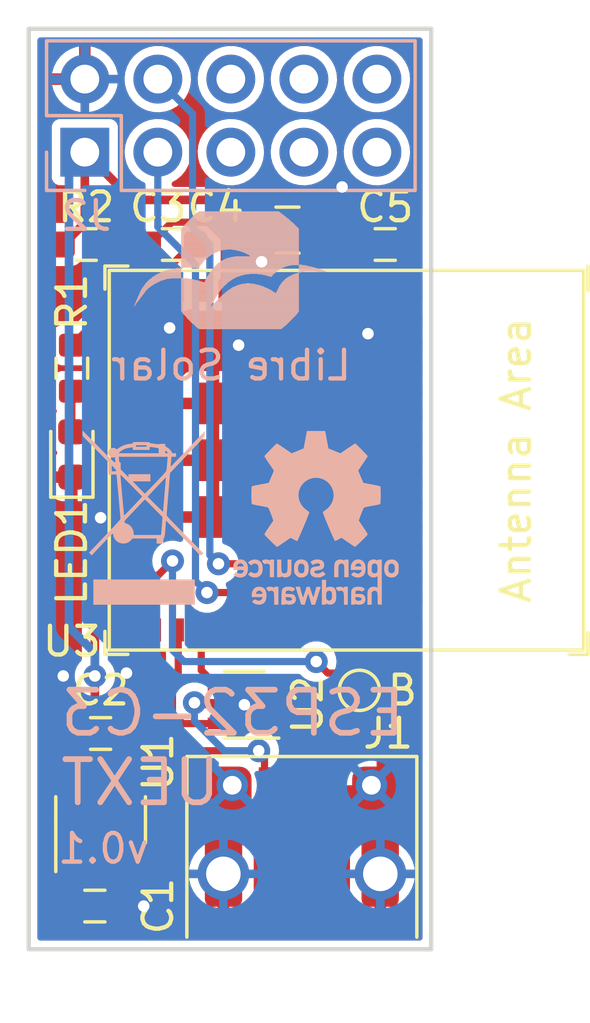
<source format=kicad_pcb>
(kicad_pcb (version 20221018) (generator pcbnew)
  (title_block (date "2023-01-02") (comment 4 "AISLER Project ID: BMARPPAC"))
  (layers (0 "F.Cu" signal) (31 "B.Cu" signal) (34 "B.Paste" user) (35 "F.Paste" user) (36 "B.SilkS" user "B.Silkscreen") (37 "F.SilkS" user "F.Silkscreen") (38 "B.Mask" user) (39 "F.Mask" user) (44 "Edge.Cuts" user))
  (net 0 "")
  (net 1 "GND")
  (net 2 "+3V3")
  (net 3 "/USB_D-")
  (net 4 "/USB_D+")
  (net 6 "/UEXT_TX")
  (net 7 "/UEXT_RX")
  (net 9 "/~{RESET}")
  (net 10 "/LED1")
  (net 11 "Net-(LED1-Pad2)")
  (net 12 "+5V")
  (net 20 "Net-(TP1-Pad1)")
  (footprint "LibreSolar:C_0805_2012" (layer "F.Cu") (at 151.5 86.5 180)
    (fp_text reference "C4" (at 2.5 0.8 180) (layer "F.SilkS"))
    (fp_text value "10uF")
    (pad "1" smd roundrect (at -1 0 180) (size 1.1 1.4) (layers "F.Cu" "F.Paste" "F.Mask") (roundrect_rratio 0.2) (net 2 "+3V3"))
    (pad "2" smd roundrect (at 1 0 180) (size 1.1 1.4) (layers "F.Cu" "F.Paste" "F.Mask") (roundrect_rratio 0.2) (net 1 "GND"))
  )
  (footprint "LibreSolar:C_0603_1608" (layer "F.Cu") (at 154.9 87)
    (fp_text reference "C5" (at 0 -1.3) (layer "F.SilkS"))
    (fp_text value "100nF")
    (pad "1" smd roundrect (at -0.8 0) (size 0.8 0.9) (layers "F.Cu" "F.Paste" "F.Mask") (roundrect_rratio 0.2) (net 2 "+3V3"))
    (pad "2" smd roundrect (at 0.8 0) (size 0.8 0.9) (layers "F.Cu" "F.Paste" "F.Mask") (roundrect_rratio 0.2) (net 1 "GND"))
  )
  (footprint "LibreSolar:C_0603_1608" (layer "F.Cu") (at 147.5 87)
    (fp_text reference "C3" (at -0.5 -1.3) (layer "F.SilkS"))
    (fp_text value "1uF")
    (pad "1" smd roundrect (at -0.8 0) (size 0.8 0.9) (layers "F.Cu" "F.Paste" "F.Mask") (roundrect_rratio 0.2) (net 9 "/~{RESET}"))
    (pad "2" smd roundrect (at 0.8 0) (size 0.8 0.9) (layers "F.Cu" "F.Paste" "F.Mask") (roundrect_rratio 0.2) (net 1 "GND"))
  )
  (footprint "LibreSolar:R_0603_1608" (layer "F.Cu") (at 144.5 87)
    (fp_text reference "R2" (at 0 -1.3) (layer "F.SilkS"))
    (fp_text value "10k")
    (pad "1" smd roundrect (at -0.8 0) (size 0.8 0.9) (layers "F.Cu" "F.Paste" "F.Mask") (roundrect_rratio 0.2) (net 2 "+3V3"))
    (pad "2" smd roundrect (at 0.8 0) (size 0.8 0.9) (layers "F.Cu" "F.Paste" "F.Mask") (roundrect_rratio 0.2) (net 9 "/~{RESET}"))
  )
  (footprint "LED_SMD:LED_0603_1608Metric" (layer "F.Cu") (at 144 94.3 90)
    (fp_text reference "LED1" (at -3.4 0 90) (layer "F.SilkS"))
    (fp_text value "LED")
    (pad "1" smd roundrect (at -0.7875 0 90) (size 0.875 0.95) (layers "F.Cu" "F.Paste" "F.Mask") (net 1 "GND"))
    (pad "2" smd roundrect (at 0.7875 0 90) (size 0.875 0.95) (layers "F.Cu" "F.Paste" "F.Mask") (net 11 "Net-(LED1-Pad2)"))
  )
  (footprint "LibreSolar:R_0603_1608" (layer "F.Cu") (at 144 91.3 -90)
    (fp_text reference "R1" (at -2.3 0 90) (layer "F.SilkS"))
    (fp_text value "1k")
    (pad "1" smd roundrect (at -0.8 0 270) (size 0.8 0.9) (layers "F.Cu" "F.Paste" "F.Mask") (roundrect_rratio 0.2) (net 10 "/LED1"))
    (pad "2" smd roundrect (at 0.8 0 270) (size 0.8 0.9) (layers "F.Cu" "F.Paste" "F.Mask") (roundrect_rratio 0.2) (net 11 "Net-(LED1-Pad2)"))
  )
  (footprint "LibreSolar:C_0603_1608" (layer "F.Cu") (at 145 104)
    (fp_text reference "C2" (at 0 -1.5 180) (layer "F.SilkS"))
    (fp_text value "2.2u")
    (pad "1" smd roundrect (at -0.8 0) (size 0.8 0.9) (layers "F.Cu" "F.Paste" "F.Mask") (roundrect_rratio 0.2) (net 2 "+3V3"))
    (pad "2" smd roundrect (at 0.8 0) (size 0.8 0.9) (layers "F.Cu" "F.Paste" "F.Mask") (roundrect_rratio 0.2) (net 1 "GND"))
  )
  (footprint "Package_TO_SOT_SMD:SOT-363_SC-70-6" (layer "F.Cu") (at 150 103 180)
    (fp_text reference "U2" (at -2.2 0 90) (layer "F.SilkS"))
    (fp_text value "NUP4202")
    (pad "1" smd rect (at -0.95 -0.65 180) (size 0.65 0.4) (layers "F.Cu" "F.Paste" "F.Mask") (net 3 "/USB_D-"))
    (pad "2" smd rect (at -0.95 0 180) (size 0.65 0.4) (layers "F.Cu" "F.Paste" "F.Mask") (net 1 "GND"))
    (pad "3" smd rect (at -0.95 0.65 180) (size 0.65 0.4) (layers "F.Cu" "F.Paste" "F.Mask") (net 4 "/USB_D+"))
    (pad "4" smd rect (at 0.95 0.65 180) (size 0.65 0.4) (layers "F.Cu" "F.Paste" "F.Mask") (net 4 "/USB_D+"))
    (pad "5" smd rect (at 0.95 0 180) (size 0.65 0.4) (layers "F.Cu" "F.Paste" "F.Mask") (net 12 "+5V"))
    (pad "6" smd rect (at 0.95 -0.65 180) (size 0.65 0.4) (layers "F.Cu" "F.Paste" "F.Mask") (net 3 "/USB_D-"))
  )
  (footprint "TestPoint:TestPoint_Pad_D1.0mm" (layer "F.Cu") (at 154 102.5 180)
    (fp_text reference "TP1" hide)
    (fp_text value "TestPoint")
    (pad "1" smd circle (at 0 0 180) (size 1 1) (layers "F.Cu" "F.Mask") (net 20 "Net-(TP1-Pad1)"))
  )
  (footprint "Espressif:ESP32-C3-MINI-1" (layer "F.Cu") (at 150.9 94.5 -90)
    (fp_text reference "U3" (at 6.3 6.9 180) (layer "F.SilkS"))
    (fp_text value "ESP32-C3-MINI-1")
    (fp_text user "Antenna Area" (at 0 -8.55 90) (layer "F.SilkS"))
    (pad "1" smd rect (at -5.9 -4) (size 0.4 0.8) (layers "F.Cu" "F.Paste" "F.Mask") (net 1 "GND"))
    (pad "2" smd rect (at -5.9 -3.2) (size 0.4 0.8) (layers "F.Cu" "F.Paste" "F.Mask") (net 1 "GND"))
    (pad "3" smd rect (at -5.9 -2.4) (size 0.4 0.8) (layers "F.Cu" "F.Paste" "F.Mask") (net 2 "+3V3"))
    (pad "4" smd rect (at -5.9 -1.6) (size 0.4 0.8) (layers "F.Cu" "F.Paste" "F.Mask"))
    (pad "5" smd rect (at -5.9 -0.8) (size 0.4 0.8) (layers "F.Cu" "F.Paste" "F.Mask") (net 2 "+3V3"))
    (pad "6" smd rect (at -5.9 0) (size 0.4 0.8) (layers "F.Cu" "F.Paste" "F.Mask"))
    (pad "7" smd rect (at -5.9 0.8) (size 0.4 0.8) (layers "F.Cu" "F.Paste" "F.Mask"))
    (pad "8" smd rect (at -5.9 1.6) (size 0.4 0.8) (layers "F.Cu" "F.Paste" "F.Mask") (net 9 "/~{RESET}"))
    (pad "9" smd rect (at -5.9 2.4) (size 0.4 0.8) (layers "F.Cu" "F.Paste" "F.Mask"))
    (pad "10" smd rect (at -5.9 3.2) (size 0.4 0.8) (layers "F.Cu" "F.Paste" "F.Mask"))
    (pad "11" smd rect (at -5.9 4) (size 0.4 0.8) (layers "F.Cu" "F.Paste" "F.Mask") (net 1 "GND"))
    (pad "12" smd rect (at -4.8 4.9 270) (size 0.4 0.8) (layers "F.Cu" "F.Paste" "F.Mask") (net 10 "/LED1"))
    (pad "13" smd rect (at -4 4.9 270) (size 0.4 0.8) (layers "F.Cu" "F.Paste" "F.Mask"))
    (pad "14" smd rect (at -3.2 4.9 270) (size 0.4 0.8) (layers "F.Cu" "F.Paste" "F.Mask") (net 1 "GND"))
    (pad "15" smd rect (at -2.4 4.9 270) (size 0.4 0.8) (layers "F.Cu" "F.Paste" "F.Mask"))
    (pad "16" smd rect (at -1.6 4.9 270) (size 0.4 0.8) (layers "F.Cu" "F.Paste" "F.Mask"))
    (pad "17" smd rect (at -0.8 4.9 270) (size 0.4 0.8) (layers "F.Cu" "F.Paste" "F.Mask"))
    (pad "18" smd rect (at 0 4.9 270) (size 0.4 0.8) (layers "F.Cu" "F.Paste" "F.Mask"))
    (pad "19" smd rect (at 0.8 4.9 270) (size 0.4 0.8) (layers "F.Cu" "F.Paste" "F.Mask"))
    (pad "20" smd rect (at 1.6 4.9 270) (size 0.4 0.8) (layers "F.Cu" "F.Paste" "F.Mask"))
    (pad "21" smd rect (at 2.4 4.9 270) (size 0.4 0.8) (layers "F.Cu" "F.Paste" "F.Mask"))
    (pad "22" smd rect (at 3.2 4.9 270) (size 0.4 0.8) (layers "F.Cu" "F.Paste" "F.Mask") (net 2 "+3V3"))
    (pad "23" smd rect (at 4 4.9 270) (size 0.4 0.8) (layers "F.Cu" "F.Paste" "F.Mask") (net 20 "Net-(TP1-Pad1)"))
    (pad "24" smd rect (at 4.8 4.9 270) (size 0.4 0.8) (layers "F.Cu" "F.Paste" "F.Mask"))
    (pad "25" smd rect (at 5.9 4) (size 0.4 0.8) (layers "F.Cu" "F.Paste" "F.Mask"))
    (pad "26" smd rect (at 5.9 3.2) (size 0.4 0.8) (layers "F.Cu" "F.Paste" "F.Mask") (net 3 "/USB_D-"))
    (pad "27" smd rect (at 5.9 2.4) (size 0.4 0.8) (layers "F.Cu" "F.Paste" "F.Mask") (net 4 "/USB_D+"))
    (pad "28" smd rect (at 5.9 1.6) (size 0.4 0.8) (layers "F.Cu" "F.Paste" "F.Mask"))
    (pad "29" smd rect (at 5.9 0.8) (size 0.4 0.8) (layers "F.Cu" "F.Paste" "F.Mask"))
    (pad "30" smd rect (at 5.9 0) (size 0.4 0.8) (layers "F.Cu" "F.Paste" "F.Mask") (net 6 "/UEXT_TX"))
    (pad "31" smd rect (at 5.9 -0.8) (size 0.4 0.8) (layers "F.Cu" "F.Paste" "F.Mask") (net 7 "/UEXT_RX"))
    (pad "32" smd rect (at 5.9 -1.6) (size 0.4 0.8) (layers "F.Cu" "F.Paste" "F.Mask"))
    (pad "33" smd rect (at 5.9 -2.4) (size 0.4 0.8) (layers "F.Cu" "F.Paste" "F.Mask"))
    (pad "34" smd rect (at 5.9 -3.2) (size 0.4 0.8) (layers "F.Cu" "F.Paste" "F.Mask"))
    (pad "35" smd rect (at 5.9 -4) (size 0.4 0.8) (layers "F.Cu" "F.Paste" "F.Mask"))
    (pad "36" smd rect (at -5.95 -4.95) (size 0.7 0.7) (layers "F.Cu" "F.Paste" "F.Mask") (net 1 "GND"))
    (pad "36" smd rect (at -5.95 4.95) (size 0.7 0.7) (layers "F.Cu" "F.Paste" "F.Mask") (net 1 "GND"))
    (pad "36" smd rect (at -4.8 -4.9 270) (size 0.4 0.8) (layers "F.Cu" "F.Paste" "F.Mask") (net 1 "GND"))
    (pad "36" smd rect (at -4 -4.9 270) (size 0.4 0.8) (layers "F.Cu" "F.Paste" "F.Mask") (net 1 "GND"))
    (pad "36" smd rect (at -3.2 -4.9 270) (size 0.4 0.8) (layers "F.Cu" "F.Paste" "F.Mask") (net 1 "GND"))
    (pad "36" smd rect (at -2.4 -4.9 270) (size 0.4 0.8) (layers "F.Cu" "F.Paste" "F.Mask") (net 1 "GND"))
    (pad "36" smd custom (at -1.975 -1.975 270) (size 0.8 0.8) (layers "F.Cu" "F.Paste" "F.Mask") (net 1 "GND") (options (clearance outline) (anchor rect)) (primitives (gr_poly (pts (xy -0.725 0.725) (xy 0.725 0.725) (xy 0.725 -0.725) (xy -0.125 -0.725) (xy -0.725 -0.125)) (width 0) (fill yes))))
    (pad "36" smd rect (at -1.975 0.05) (size 1.45 1.45) (layers "F.Cu" "F.Paste" "F.Mask") (net 1 "GND"))
    (pad "36" smd rect (at -1.975 1.975) (size 1.45 1.45) (layers "F.Cu" "F.Paste" "F.Mask") (net 1 "GND"))
    (pad "36" smd rect (at -1.6 -4.9 270) (size 0.4 0.8) (layers "F.Cu" "F.Paste" "F.Mask") (net 1 "GND"))
    (pad "36" smd rect (at -0.8 -4.9 270) (size 0.4 0.8) (layers "F.Cu" "F.Paste" "F.Mask") (net 1 "GND"))
    (pad "36" smd rect (at 0 -4.9 270) (size 0.4 0.8) (layers "F.Cu" "F.Paste" "F.Mask") (net 1 "GND"))
    (pad "36" smd rect (at 0 -1.975) (size 1.45 1.45) (layers "F.Cu" "F.Paste" "F.Mask") (net 1 "GND"))
    (pad "36" smd rect (at 0 0) (size 1.45 1.45) (layers "F.Cu" "F.Paste" "F.Mask") (net 1 "GND"))
    (pad "36" smd rect (at 0 1.975) (size 1.45 1.45) (layers "F.Cu" "F.Paste" "F.Mask") (net 1 "GND"))
    (pad "36" smd rect (at 0.8 -4.9 270) (size 0.4 0.8) (layers "F.Cu" "F.Paste" "F.Mask") (net 1 "GND"))
    (pad "36" smd rect (at 1.6 -4.9 270) (size 0.4 0.8) (layers "F.Cu" "F.Paste" "F.Mask") (net 1 "GND"))
    (pad "36" smd rect (at 1.975 -1.975) (size 1.45 1.45) (layers "F.Cu" "F.Paste" "F.Mask") (net 1 "GND"))
    (pad "36" smd rect (at 1.975 0) (size 1.45 1.45) (layers "F.Cu" "F.Paste" "F.Mask") (net 1 "GND"))
    (pad "36" smd rect (at 1.975 1.975) (size 1.45 1.45) (layers "F.Cu" "F.Paste" "F.Mask") (net 1 "GND"))
    (pad "36" smd rect (at 2.4 -4.9 270) (size 0.4 0.8) (layers "F.Cu" "F.Paste" "F.Mask") (net 1 "GND"))
    (pad "36" smd rect (at 3.2 -4.9 270) (size 0.4 0.8) (layers "F.Cu" "F.Paste" "F.Mask") (net 1 "GND"))
    (pad "36" smd rect (at 4 -4.9 270) (size 0.4 0.8) (layers "F.Cu" "F.Paste" "F.Mask") (net 1 "GND"))
    (pad "36" smd rect (at 4.8 -4.9 270) (size 0.4 0.8) (layers "F.Cu" "F.Paste" "F.Mask") (net 1 "GND"))
    (pad "36" smd rect (at 5.95 -4.95) (size 0.7 0.7) (layers "F.Cu" "F.Paste" "F.Mask") (net 1 "GND"))
    (pad "36" smd rect (at 5.95 4.95) (size 0.7 0.7) (layers "F.Cu" "F.Paste" "F.Mask") (net 1 "GND"))
  )
  (footprint "LibreSolar:C_0603_1608" (layer "F.Cu") (at 144.8 110)
    (fp_text reference "C1" (at 2.2 0 90) (layer "F.SilkS"))
    (fp_text value "2.2u")
    (pad "1" smd roundrect (at -0.8 0) (size 0.8 0.9) (layers "F.Cu" "F.Paste" "F.Mask") (roundrect_rratio 0.2) (net 12 "+5V"))
    (pad "2" smd roundrect (at 0.8 0) (size 0.8 0.9) (layers "F.Cu" "F.Paste" "F.Mask") (roundrect_rratio 0.2) (net 1 "GND"))
  )
  (footprint "LibreSolar:USB_Micro-B_10103594-0001LF" (layer "F.Cu") (at 152 107.5)
    (fp_text reference "J1" (at 3 -3.5) (layer "F.SilkS"))
    (fp_text value "USB_B_Micro")
    (pad "1" smd rect (at -1.3 -1.5 90) (size 1.65 0.4) (layers "F.Cu" "F.Paste" "F.Mask") (net 12 "+5V"))
    (pad "2" smd rect (at -0.65 -1.5 90) (size 1.65 0.4) (layers "F.Cu" "F.Paste" "F.Mask") (net 3 "/USB_D-"))
    (pad "3" smd rect (at 0 -1.5 90) (size 1.65 0.4) (layers "F.Cu" "F.Paste" "F.Mask") (net 4 "/USB_D+"))
    (pad "4" smd rect (at 0.65 -1.5 90) (size 1.65 0.4) (layers "F.Cu" "F.Paste" "F.Mask"))
    (pad "5" smd rect (at 1.3 -1.5 90) (size 1.65 0.4) (layers "F.Cu" "F.Paste" "F.Mask") (net 1 "GND"))
    (pad "6" smd roundrect (at -2.8 -1.1) (size 2.1 2.5) (layers "F.Cu" "F.Paste" "F.Mask") (roundrect_rratio 0.2) (net 1 "GND"))
    (pad "6" thru_hole oval (at -2.73 1.38 90) (size 1.8 1.8) (drill 1.2) (layers "*.Cu" "*.Mask") (net 1 "GND"))
    (pad "6" smd roundrect (at -2.725 1 90) (size 3.05 1.3) (layers "F.Cu" "F.Paste" "F.Mask") (roundrect_rratio 0.2) (net 1 "GND"))
    (pad "6" thru_hole circle (at -2.42 -1.7 90) (size 1.1 1.1) (drill 0.65) (layers "*.Cu" "*.Mask") (net 1 "GND"))
    (pad "6" smd roundrect (at -0.96 1.62 90) (size 2.5 1.43) (layers "F.Cu" "F.Paste" "F.Mask") (net 1 "GND"))
    (pad "6" smd roundrect (at 0.96 1.62 90) (size 2.5 1.43) (layers "F.Cu" "F.Paste" "F.Mask") (net 1 "GND"))
    (pad "6" thru_hole circle (at 2.42 -1.7 90) (size 1.1 1.1) (drill 0.65) (layers "*.Cu" "*.Mask") (net 1 "GND"))
    (pad "6" smd roundrect (at 2.725 1 90) (size 3.05 1.3) (layers "F.Cu" "F.Paste" "F.Mask") (roundrect_rratio 0.2) (net 1 "GND"))
    (pad "6" thru_hole oval (at 2.73 1.38 90) (size 1.8 1.8) (drill 1.2) (layers "*.Cu" "*.Mask") (net 1 "GND"))
    (pad "6" smd roundrect (at 2.8 -1.1) (size 2.1 2.5) (layers "F.Cu" "F.Paste" "F.Mask") (roundrect_rratio 0.2) (net 1 "GND"))
  )
  (footprint "Package_TO_SOT_SMD:SOT-23-5" (layer "F.Cu") (at 145 107 90)
    (fp_text reference "U1" (at 2 2 90) (layer "F.SilkS"))
    (fp_text value "AP2210-3.3")
    (pad "1" smd roundrect (at -1.1375 -0.95 90) (size 1.325 0.6) (layers "F.Cu" "F.Paste" "F.Mask") (net 12 "+5V"))
    (pad "2" smd roundrect (at -1.1375 0 90) (size 1.325 0.6) (layers "F.Cu" "F.Paste" "F.Mask") (net 1 "GND"))
    (pad "3" smd roundrect (at -1.1375 0.95 90) (size 1.325 0.6) (layers "F.Cu" "F.Paste" "F.Mask") (net 12 "+5V"))
    (pad "4" smd roundrect (at 1.1375 0.95 90) (size 1.325 0.6) (layers "F.Cu" "F.Paste" "F.Mask"))
    (pad "5" smd roundrect (at 1.1375 -0.95 90) (size 1.325 0.6) (layers "F.Cu" "F.Paste" "F.Mask") (net 2 "+3V3"))
  )
  (footprint "Symbol:OSHW-Logo_5.7x6mm_SilkScreen" (layer "B.Cu") (at 152.5 96.5 180)
    (fp_text reference "LOGO2" hide)
    (fp_text value "Logo_Open_Hardware_Small" hide)
  )
  (footprint "LibreSolar:LIBRESOLAR_LOGO" (layer "B.Cu") (at 151.8375 89.90225 180)
    (fp_text reference "LOGO1" hide)
    (fp_text value "LibreSolar_Logo" hide)
    (fp_text user "Libre Solar" (at 2.3 -1.3) (layer "B.SilkS") (effects (justify mirror)))
  )
  (footprint "Symbol:WEEE-Logo_4.2x6mm_SilkScreen" (layer "B.Cu") (at 146.5 96.5 180)
    (fp_text reference "REF**" hide)
    (fp_text value "WEEE-Logo_4.2x6mm_SilkScreen" hide)
  )
  (footprint "Connector_PinSocket_2.54mm:PinSocket_2x05_P2.54mm_Vertical" (layer "B.Cu") (at 144.45 83.79 -90)
    (fp_text reference "J2" (at 2.21 -0.05 180) (layer "B.SilkS") (effects (justify mirror)))
    (fp_text value "UEXT")
    (pad "1" thru_hole rect (at 0 0 270) (size 1.7 1.7) (drill 1) (layers "*.Cu" "*.Mask") (net 2 "+3V3"))
    (pad "2" thru_hole oval (at -2.54 0 270) (size 1.7 1.7) (drill 1) (layers "*.Cu" "*.Mask") (net 1 "GND"))
    (pad "3" thru_hole oval (at 0 -2.54 270) (size 1.7 1.7) (drill 1) (layers "*.Cu" "*.Mask") (net 6 "/UEXT_TX"))
    (pad "4" thru_hole oval (at -2.54 -2.54 270) (size 1.7 1.7) (drill 1) (layers "*.Cu" "*.Mask") (net 7 "/UEXT_RX"))
    (pad "5" thru_hole oval (at 0 -5.08 270) (size 1.7 1.7) (drill 1) (layers "*.Cu" "*.Mask"))
    (pad "6" thru_hole oval (at -2.54 -5.08 270) (size 1.7 1.7) (drill 1) (layers "*.Cu" "*.Mask"))
    (pad "7" thru_hole oval (at 0 -7.62 270) (size 1.7 1.7) (drill 1) (layers "*.Cu" "*.Mask"))
    (pad "8" thru_hole oval (at -2.54 -7.62 270) (size 1.7 1.7) (drill 1) (layers "*.Cu" "*.Mask"))
    (pad "9" thru_hole oval (at 0 -10.16 270) (size 1.7 1.7) (drill 1) (layers "*.Cu" "*.Mask"))
    (pad "10" thru_hole oval (at -2.54 -10.16 270) (size 1.7 1.7) (drill 1) (layers "*.Cu" "*.Mask"))
  )
  (gr_line (start 142.5 79.5) (end 142.5 111.5) (stroke (width 0.15)) (layer "Edge.Cuts"))
  (gr_line (start 156.5 79.5) (end 142.5 79.5) (stroke (width 0.15)) (layer "Edge.Cuts"))
  (gr_line (start 142.5 111.5) (end 156.5 111.5) (stroke (width 0.15)) (layer "Edge.Cuts"))
  (gr_line (start 156.5 111.5) (end 156.5 79.5) (stroke (width 0.15)) (layer "Edge.Cuts"))
  (gr_text "v0.1" (at 145.1 108) (layer "B.SilkS") (effects (font (size 1 1)) (justify mirror)))
  (gr_text "ESP32-C3\nUEXT" (at 143.5 104.5) (layer "B.SilkS") (effects (font (size 1.5 1.5) (thickness 0.2)) (justify right mirror)))
  (gr_text "B" (at 155.5 102.5) (layer "F.SilkS") (effects (font (size 1 1))))
  (segment (start 152.975 92.525) (end 154.3 91.2) (width 0.25) (layer "F.Cu") (net 1))
  (segment (start 145 109.4) (end 145 108.1375) (width 0.25) (layer "F.Cu") (net 1))
  (segment (start 145.6 110) (end 145 109.4) (width 0.25) (layer "F.Cu") (net 1))
  (segment (start 145.6 110) (end 146.5 110) (width 0.25) (layer "F.Cu") (net 1))
  (segment (start 150.95 103) (end 150 103) (width 0.25) (layer "F.Cu") (net 1))
  (segment (start 148.3 87) (end 148.175 87) (width 0.25) (layer "F.Cu") (net 1))
  (segment (start 154.3 91.2) (end 154.3 90.1) (width 0.25) (layer "F.Cu") (net 1))
  (segment (start 146.9 88.275) (end 146.9 88.6) (width 0.25) (layer "F.Cu") (net 1))
  (segment (start 150.6 86.6) (end 150.5 86.5) (width 0.25) (layer "F.Cu") (net 1))
  (segment (start 148.175 87) (end 146.9 88.275) (width 0.25) (layer "F.Cu") (net 1))
  (segment (start 150.6 87.6) (end 150.6 86.6) (width 0.25) (layer "F.Cu") (net 1))
  (via (at 154.3 90.1) (size 0.8) (drill 0.4) (layers "F.Cu" "B.Cu") (net 1))
  (via (at 143.7 102) (size 0.8) (drill 0.4) (layers "F.Cu" "B.Cu") (net 1))
  (via (at 145.9 101.9) (size 0.8) (drill 0.4) (layers "F.Cu" "B.Cu") (net 1))
  (via (at 146.5 110) (size 0.8) (drill 0.4) (layers "F.Cu" "B.Cu") (net 1))
  (via (at 150 103) (size 0.8) (drill 0.4) (layers "F.Cu" "B.Cu") (net 1))
  (via (at 153.4 85) (size 0.8) (drill 0.4) (layers "F.Cu" "B.Cu") (net 1))
  (via (at 147.4 89.9) (size 0.8) (drill 0.4) (layers "F.Cu" "B.Cu") (net 1))
  (via (at 145 96.5) (size 0.8) (drill 0.4) (layers "F.Cu" "B.Cu") (net 1))
  (via (at 149.8 90.5) (size 0.8) (drill 0.4) (layers "F.Cu" "B.Cu") (net 1))
  (via (at 150.6 87.6) (size 0.8) (drill 0.4) (layers "F.Cu" "B.Cu") (net 1))
  (segment (start 144.45 83.79) (end 144.45 86.25) (width 0.3) (layer "F.Cu") (net 2))
  (segment (start 153.3 87.9) (end 153.3 88.6) (width 0.3) (layer "F.Cu") (net 2))
  (segment (start 151.7 88) (end 151.7 88.6) (width 0.3) (layer "F.Cu") (net 2))
  (segment (start 153.4 87.8) (end 151.9 87.8) (width 0.3) (layer "F.Cu") (net 2))
  (segment (start 151.45 85.45) (end 146.11 85.45) (width 0.3) (layer "F.Cu") (net 2))
  (segment (start 145.4 97.7) (end 144.8 98.3) (width 0.3) (layer "F.Cu") (net 2))
  (segment (start 144.8 103.4) (end 144.2 104) (width 0.3) (layer "F.Cu") (net 2))
  (segment (start 144.05 104.15) (end 144.2 104) (width 0.25) (layer "F.Cu") (net 2))
  (segment (start 154.2 87) (end 153.4 87.8) (width 0.3) (layer "F.Cu") (net 2))
  (segment (start 145.4 97.7) (end 146 97.7) (width 0.3) (layer "F.Cu") (net 2))
  (segment (start 144.45 86.25) (end 143.7 87) (width 0.3) (layer "F.Cu") (net 2))
  (segment (start 153.7 86.5) (end 154.2 87) (width 0.3) (layer "F.Cu") (net 2))
  (segment (start 144.8 98.3) (end 144.8 102) (width 0.3) (layer "F.Cu") (net 2))
  (segment (start 152.5 86.5) (end 153.7 86.5) (width 0.3) (layer "F.Cu") (net 2))
  (segment (start 153.4 87.8) (end 153.3 87.9) (width 0.3) (layer "F.Cu") (net 2))
  (segment (start 144.8 102) (end 144.8 103.4) (width 0.3) (layer "F.Cu") (net 2))
  (segment (start 152.5 86.5) (end 151.45 85.45) (width 0.3) (layer "F.Cu") (net 2))
  (segment (start 144.05 105.8625) (end 144.05 104.15) (width 0.25) (layer "F.Cu") (net 2))
  (segment (start 151.9 87.8) (end 151.7 88) (width 0.3) (layer "F.Cu") (net 2))
  (segment (start 146.11 85.45) (end 144.45 83.79) (width 0.3) (layer "F.Cu") (net 2))
  (via (at 144.8 102) (size 0.8) (drill 0.4) (layers "F.Cu" "B.Cu") (net 2))
  (segment (start 144.45 83.79) (end 143.9 84.34) (width 0.3) (layer "B.Cu") (net 2))
  (segment (start 144.8 101.2) (end 144.8 102) (width 0.3) (layer "B.Cu") (net 2))
  (segment (start 143.9 84.34) (end 143.9 100.3) (width 0.3) (layer "B.Cu") (net 2))
  (segment (start 143.9 100.3) (end 144.8 101.2) (width 0.3) (layer "B.Cu") (net 2))
  (segment (start 147.7 102.3) (end 147.5 102.5) (width 0.25) (layer "F.Cu") (net 3))
  (segment (start 151.35 104.05) (end 150.95 103.65) (width 0.25) (layer "F.Cu") (net 3))
  (segment (start 149.1245 103.7245) (end 150.8755 103.7245) (width 0.25) (layer "F.Cu") (net 3))
  (segment (start 147.5 103.3) (end 147.855608 103.655608) (width 0.25) (layer "F.Cu") (net 3))
  (segment (start 149.05 103.65) (end 149.1245 103.7245) (width 0.25) (layer "F.Cu") (net 3))
  (segment (start 147.855608 103.655608) (end 149.044392 103.655608) (width 0.25) (layer "F.Cu") (net 3))
  (segment (start 150.8755 103.7245) (end 150.95 103.65) (width 0.25) (layer "F.Cu") (net 3))
  (segment (start 147.5 102.5) (end 147.5 103.3) (width 0.25) (layer "F.Cu") (net 3))
  (segment (start 151.35 106) (end 151.35 104.05) (width 0.25) (layer "F.Cu") (net 3))
  (segment (start 147.7 100.4) (end 147.7 102.3) (width 0.25) (layer "F.Cu") (net 3))
  (segment (start 149.044392 103.655608) (end 149.05 103.65) (width 0.25) (layer "F.Cu") (net 3))
  (segment (start 151.525 102.35) (end 150.95 102.35) (width 0.25) (layer "F.Cu") (net 4))
  (segment (start 148.5 101.8) (end 148.5 100.4) (width 0.25) (layer "F.Cu") (net 4))
  (segment (start 152 106) (end 152 102.825) (width 0.25) (layer "F.Cu") (net 4))
  (segment (start 149.05 102.35) (end 148.5 101.8) (width 0.25) (layer "F.Cu") (net 4))
  (segment (start 149.1245 102.2755) (end 149.05 102.35) (width 0.25) (layer "F.Cu") (net 4))
  (segment (start 150.8755 102.2755) (end 149.1245 102.2755) (width 0.25) (layer "F.Cu") (net 4))
  (segment (start 150.95 102.35) (end 150.8755 102.2755) (width 0.25) (layer "F.Cu") (net 4))
  (segment (start 152 102.825) (end 151.525 102.35) (width 0.25) (layer "F.Cu") (net 4))
  (segment (start 150.9 99.65) (end 150.9 100.4) (width 0.25) (layer "F.Cu") (net 6))
  (segment (start 150.35 99.1) (end 150.9 99.65) (width 0.25) (layer "F.Cu") (net 6))
  (segment (start 150.35 99.1) (end 148.7 99.1) (width 0.25) (layer "F.Cu") (net 6))
  (via (at 148.7 99.1) (size 0.8) (drill 0.4) (layers "F.Cu" "B.Cu") (net 6))
  (segment (start 146.99 83.79) (end 146.99 86.39) (width 0.25) (layer "B.Cu") (net 6))
  (segment (start 148.3 87.7) (end 148.3 98.7) (width 0.25) (layer "B.Cu") (net 6))
  (segment (start 148.3 98.7) (end 148.7 99.1) (width 0.25) (layer "B.Cu") (net 6))
  (segment (start 146.99 86.39) (end 148.3 87.7) (width 0.25) (layer "B.Cu") (net 6))
  (segment (start 150.15 98.1) (end 149.1 98.1) (width 0.25) (layer "F.Cu") (net 7))
  (segment (start 150.15 98.1) (end 151.7 99.65) (width 0.25) (layer "F.Cu") (net 7))
  (segment (start 151.7 99.65) (end 151.7 100.4) (width 0.25) (layer "F.Cu") (net 7))
  (via (at 149.1 98.1) (size 0.8) (drill 0.4) (layers "F.Cu" "B.Cu") (net 7))
  (segment (start 148.2 86.4) (end 148.8 87) (width 0.25) (layer "B.Cu") (net 7))
  (segment (start 146.99 81.25) (end 148.2 82.46) (width 0.25) (layer "B.Cu") (net 7))
  (segment (start 148.8 87) (end 148.8 97.8) (width 0.25) (layer "B.Cu") (net 7))
  (segment (start 148.8 97.8) (end 149.1 98.1) (width 0.25) (layer "B.Cu") (net 7))
  (segment (start 148.2 82.46) (end 148.2 86.4) (width 0.25) (layer "B.Cu") (net 7))
  (segment (start 149.3 86.784106) (end 148.740894 86.225) (width 0.25) (layer "F.Cu") (net 9))
  (segment (start 149.3 88.6) (end 149.3 86.784106) (width 0.25) (layer "F.Cu") (net 9))
  (segment (start 146.7 87) (end 145.3 87) (width 0.3) (layer "F.Cu") (net 9))
  (segment (start 147.475 86.225) (end 146.7 87) (width 0.25) (layer "F.Cu") (net 9))
  (segment (start 148.740894 86.225) (end 147.475 86.225) (width 0.25) (layer "F.Cu") (net 9))
  (segment (start 144 90.5) (end 144.8 89.7) (width 0.25) (layer "F.Cu") (net 10))
  (segment (start 144.8 89.7) (end 146 89.7) (width 0.25) (layer "F.Cu") (net 10))
  (segment (start 144 92.1) (end 144 93.5125) (width 0.25) (layer "F.Cu") (net 11))
  (segment (start 148.3 104.6) (end 150.5 104.6) (width 0.25) (layer "F.Cu") (net 12))
  (segment (start 144.775 110.775) (end 146.925 110.775) (width 0.25) (layer "F.Cu") (net 12))
  (segment (start 145.95 107.753249) (end 145.95 108.1375) (width 0.25) (layer "F.Cu") (net 12))
  (segment (start 144.653249 107.15) (end 145.346751 107.15) (width 0.25) (layer "F.Cu") (net 12))
  (segment (start 149.05 103) (end 148.331118 103) (width 0.25) (layer "F.Cu") (net 12))
  (segment (start 145.346751 107.15) (end 145.95 107.753249) (width 0.25) (layer "F.Cu") (net 12))
  (segment (start 148.331118 103) (end 148.262226 102.931108) (width 0.25) (layer "F.Cu") (net 12))
  (segment (start 144.05 109.95) (end 144 110) (width 0.25) (layer "F.Cu") (net 12))
  (segment (start 144 110) (end 144.775 110.775) (width 0.25) (layer "F.Cu") (net 12))
  (segment (start 144.05 108.1375) (end 144.05 107.753249) (width 0.25) (layer "F.Cu") (net 12))
  (segment (start 146.925 110.775) (end 147.5 110.2) (width 0.25) (layer "F.Cu") (net 12))
  (segment (start 150.7 104.8) (end 150.5 104.6) (width 0.25) (layer "F.Cu") (net 12))
  (segment (start 144.05 107.753249) (end 144.653249 107.15) (width 0.25) (layer "F.Cu") (net 12))
  (segment (start 147.5 110.2) (end 147.5 105.4) (width 0.25) (layer "F.Cu") (net 12))
  (segment (start 147.5 105.4) (end 148.3 104.6) (width 0.25) (layer "F.Cu") (net 12))
  (segment (start 150.7 106) (end 150.7 104.8) (width 0.25) (layer "F.Cu") (net 12))
  (segment (start 144.05 108.1375) (end 144.05 109.95) (width 0.25) (layer "F.Cu") (net 12))
  (via (at 150.5 104.6) (size 0.8) (drill 0.4) (layers "F.Cu" "B.Cu") (net 12))
  (via (at 148.262226 102.931108) (size 0.8) (drill 0.4) (layers "F.Cu" "B.Cu") (net 12))
  (segment (start 148.262226 103.562226) (end 148.262226 102.931108) (width 0.25) (layer "B.Cu") (net 12))
  (segment (start 150.5 104.6) (end 149.931118 104.6) (width 0.25) (layer "B.Cu") (net 12))
  (segment (start 149.931118 104.6) (end 149.3 104.6) (width 0.25) (layer "B.Cu") (net 12))
  (segment (start 149.3 104.6) (end 148.262226 103.562226) (width 0.25) (layer "B.Cu") (net 12))
  (segment (start 152.9 101.9) (end 152.5 101.5) (width 0.25) (layer "F.Cu") (net 20))
  (segment (start 154 102.5) (end 153.4 101.9) (width 0.25) (layer "F.Cu") (net 20))
  (segment (start 147 98.5) (end 146 98.5) (width 0.25) (layer "F.Cu") (net 20))
  (segment (start 153.4 101.9) (end 152.9 101.9) (width 0.25) (layer "F.Cu") (net 20))
  (segment (start 147 98.5) (end 147.5 98) (width 0.25) (layer "F.Cu") (net 20))
  (via (at 147.5 98) (size 0.8) (drill 0.4) (layers "F.Cu" "B.Cu") (net 20))
  (via (at 152.5 101.5) (size 0.8) (drill 0.4) (layers "F.Cu" "B.Cu") (net 20))
  (segment (start 152.5 101.5) (end 147.9 101.5) (width 0.25) (layer "B.Cu") (net 20))
  (segment (start 147.9 101.5) (end 147.5 101.1) (width 0.25) (layer "B.Cu") (net 20))
  (segment (start 147.5 101.1) (end 147.5 98) (width 0.25) (layer "B.Cu") (net 20))
  (zone (net 1) (net_name "GND") (layer "F.Cu") (connect_pads (clearance 0.3)) (min_thickness 0.2) (fill yes (thermal_gap 0.4) (thermal_bridge_width 0.4))
    (polygon (pts (xy 142 112.5) (xy 142 78.5) (xy 157 78.5) (xy 157 112.5)))
  )
  (zone (net 1) (net_name "GND") (layer "B.Cu") (connect_pads (clearance 0.3)) (min_thickness 0.2) (fill yes (thermal_gap 0.3) (thermal_bridge_width 0.3))
    (polygon (pts (xy 141.5 112) (xy 141.5 79) (xy 157.5 79) (xy 157.5 112)))
  )
)
</source>
